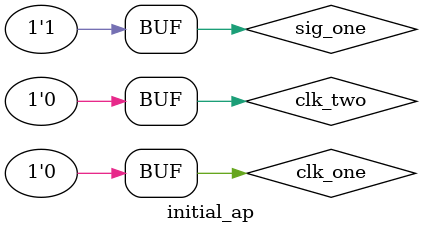
<source format=v>
`timescale 1ns/1ns

module initial_ap(        
    );
    reg clk_one;
    reg clk_two;
    reg sig_one;
    
    initial
    begin
        clk_one = 0;
        #2 clk_one = 1;
        #2 clk_one = 0;
        #2 clk_one = 1;
        #2 clk_one = 0;
    end
    
        initial
    begin
        clk_two = 0;
        #5 clk_two = 1;
        #5 clk_two = 0;
        #5 clk_two = 1;
        #5 clk_two = 0;
    end
    
    initial
    begin
        sig_one = 1;       
    end
            
    
    
endmodule
// END OF initial_ap.v FILE ***************************************************

    
   

</source>
